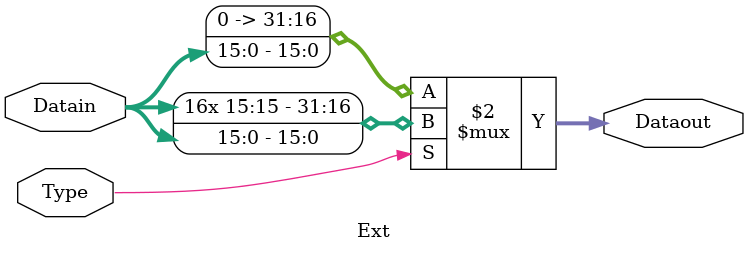
<source format=v>
`timescale 1ns / 1ps
module Ext(
	input [15:0]Datain,
	input Type,
	output[31:0]Dataout
    );
	
	assign Dataout = Type == 0 ? {16'b0,Datain} : {{16{Datain[15]}},Datain};

endmodule

</source>
